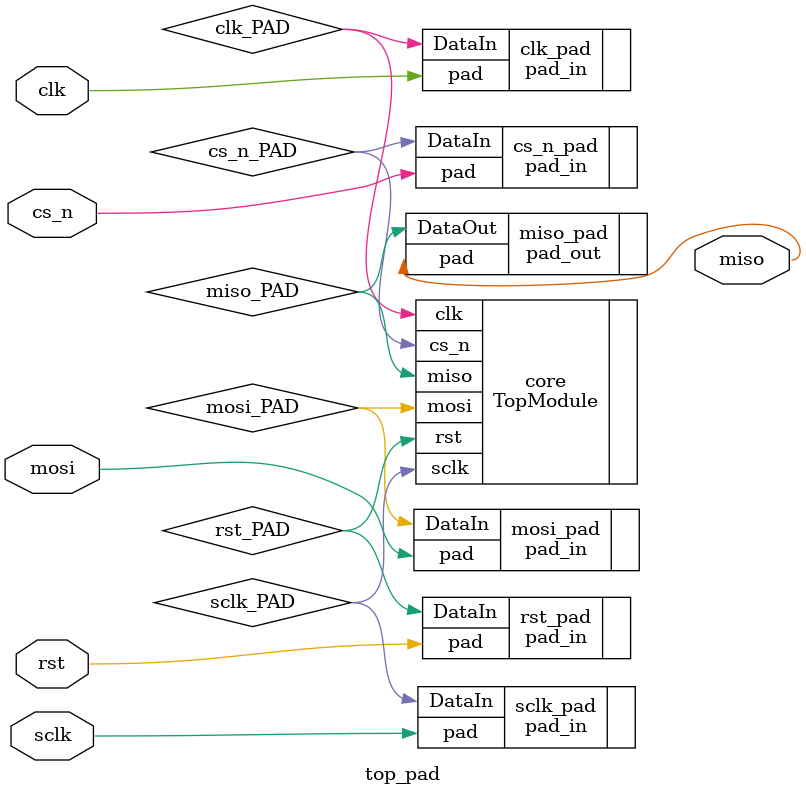
<source format=v>
module top_pad (
    input  wire clk,
    input  wire rst,
    input  wire sclk,
    input  wire cs_n,
    input  wire mosi,
    output wire miso
);
    
    // Internal signals with _PAD suffix
    wire clk_PAD;
    wire rst_PAD;
    wire sclk_PAD;
    wire cs_n_PAD;
    wire mosi_PAD;
    wire miso_PAD;
    
    // Input pads
    pad_in clk_pad (
        .pad(clk), 
        .DataIn(clk_PAD)
    );
    
    pad_in rst_pad (
        .pad(rst), 
        .DataIn(rst_PAD)
    );
    
    pad_in sclk_pad (
        .pad(sclk), 
        .DataIn(sclk_PAD)
    );
    
    pad_in cs_n_pad (
        .pad(cs_n), 
        .DataIn(cs_n_PAD)
    );
    
    pad_in mosi_pad (
        .pad(mosi), 
        .DataIn(mosi_PAD)
    );
    
    // Output pad
    pad_out miso_pad (
        .pad(miso), 
        .DataOut(miso_PAD)
    );
    
    // Core module instantiation
    TopModule core (
        .clk  (clk_PAD),
        .rst  (rst_PAD),
        .sclk (sclk_PAD),
        .cs_n (cs_n_PAD),
        .mosi (mosi_PAD),
        .miso (miso_PAD)
    );
    
endmodule

</source>
